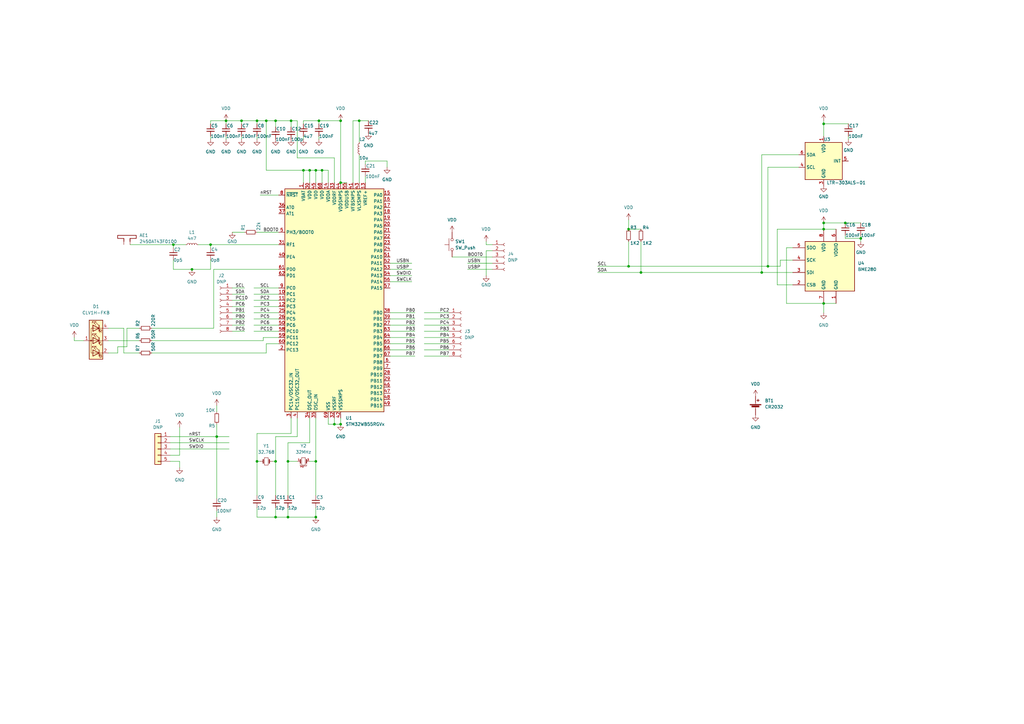
<source format=kicad_sch>
(kicad_sch (version 20211123) (generator eeschema)
  (paper "A3")
  (title_block (title "Termostato Thread") (date "2022-11-12") (rev "1") (company "Alessio Galliazzo"))
  (lib_symbols
    (symbol "Connector:Conn_01x05_Female" (pin_names (offset 1.016) hide)
      (property "Reference" "J" (at 0 7.62 0))
      (property "Value" "Conn_01x05_Female" (at 0 -7.62 0))
      (symbol "Conn_01x05_Female_1_1"
        (arc (start 0 -4.572) (mid -0.508 -5.08) (end 0 -5.588) (stroke (width 0.1524)))
        (arc (start 0 -2.032) (mid -0.508 -2.54) (end 0 -3.048) (stroke (width 0.1524)))
        (polyline (pts (xy -1.27 -5.08) (xy -0.508 -5.08)) (stroke (width 0.1524)))
        (polyline (pts (xy -1.27 -2.54) (xy -0.508 -2.54)) (stroke (width 0.1524)))
        (polyline (pts (xy -1.27 0) (xy -0.508 0)) (stroke (width 0.1524)))
        (polyline (pts (xy -1.27 2.54) (xy -0.508 2.54)) (stroke (width 0.1524)))
        (polyline (pts (xy -1.27 5.08) (xy -0.508 5.08)) (stroke (width 0.1524)))
        (arc (start 0 0.508) (mid -0.508 0) (end 0 -0.508) (stroke (width 0.1524)))
        (arc (start 0 3.048) (mid -0.508 2.54) (end 0 2.032) (stroke (width 0.1524)))
        (arc (start 0 5.588) (mid -0.508 5.08) (end 0 4.572) (stroke (width 0.1524)))
        (pin passive line (at -5.08 5.08 0) (length 3.81) (name "Pin_1") (number "1"))
        (pin passive line (at -5.08 2.54 0) (length 3.81) (name "Pin_2") (number "2"))
        (pin passive line (at -5.08 0 0) (length 3.81) (name "Pin_3") (number "3"))
        (pin passive line (at -5.08 -2.54 0) (length 3.81) (name "Pin_4") (number "4"))
        (pin passive line (at -5.08 -5.08 0) (length 3.81) (name "Pin_5") (number "5"))
      )
    )
    (symbol "Connector:Conn_01x08_Female" (pin_names (offset 1.016) hide)
      (property "Reference" "J" (at 0 10.16 0))
      (property "Value" "Conn_01x08_Female" (at 0 -12.7 0))
      (symbol "Conn_01x08_Female_1_1"
        (arc (start 0 -9.652) (mid -0.508 -10.16) (end 0 -10.668) (stroke (width 0.1524)))
        (arc (start 0 -7.112) (mid -0.508 -7.62) (end 0 -8.128) (stroke (width 0.1524)))
        (arc (start 0 -4.572) (mid -0.508 -5.08) (end 0 -5.588) (stroke (width 0.1524)))
        (arc (start 0 -2.032) (mid -0.508 -2.54) (end 0 -3.048) (stroke (width 0.1524)))
        (polyline (pts (xy -1.27 -10.16) (xy -0.508 -10.16)) (stroke (width 0.1524)))
        (polyline (pts (xy -1.27 -7.62) (xy -0.508 -7.62)) (stroke (width 0.1524)))
        (polyline (pts (xy -1.27 -5.08) (xy -0.508 -5.08)) (stroke (width 0.1524)))
        (polyline (pts (xy -1.27 -2.54) (xy -0.508 -2.54)) (stroke (width 0.1524)))
        (polyline (pts (xy -1.27 0) (xy -0.508 0)) (stroke (width 0.1524)))
        (polyline (pts (xy -1.27 2.54) (xy -0.508 2.54)) (stroke (width 0.1524)))
        (polyline (pts (xy -1.27 5.08) (xy -0.508 5.08)) (stroke (width 0.1524)))
        (polyline (pts (xy -1.27 7.62) (xy -0.508 7.62)) (stroke (width 0.1524)))
        (arc (start 0 0.508) (mid -0.508 0) (end 0 -0.508) (stroke (width 0.1524)))
        (arc (start 0 3.048) (mid -0.508 2.54) (end 0 2.032) (stroke (width 0.1524)))
        (arc (start 0 5.588) (mid -0.508 5.08) (end 0 4.572) (stroke (width 0.1524)))
        (arc (start 0 8.128) (mid -0.508 7.62) (end 0 7.112) (stroke (width 0.1524)))
        (pin passive line (at -5.08 7.62 0) (length 3.81) (name "Pin_1") (number "1"))
        (pin passive line (at -5.08 5.08 0) (length 3.81) (name "Pin_2") (number "2"))
        (pin passive line (at -5.08 2.54 0) (length 3.81) (name "Pin_3") (number "3"))
        (pin passive line (at -5.08 0 0) (length 3.81) (name "Pin_4") (number "4"))
        (pin passive line (at -5.08 -2.54 0) (length 3.81) (name "Pin_5") (number "5"))
        (pin passive line (at -5.08 -5.08 0) (length 3.81) (name "Pin_6") (number "6"))
        (pin passive line (at -5.08 -7.62 0) (length 3.81) (name "Pin_7") (number "7"))
        (pin passive line (at -5.08 -10.16 0) (length 3.81) (name "Pin_8") (number "8"))
      )
    )
    (symbol "Connector_Generic:Conn_01x05" (pin_names (offset 1.016) hide)
      (property "Reference" "J" (at 0 7.62 0))
      (property "Value" "Conn_01x05" (at 0 -7.62 0))
      (symbol "Conn_01x05_1_1"
        (rectangle (start -1.27 -4.953) (end 0 -5.207) (stroke (width 0.1524)))
        (rectangle (start -1.27 -2.413) (end 0 -2.667) (stroke (width 0.1524)))
        (rectangle (start -1.27 0.127) (end 0 -0.127) (stroke (width 0.1524)))
        (rectangle (start -1.27 2.667) (end 0 2.413) (stroke (width 0.1524)))
        (rectangle (start -1.27 5.207) (end 0 4.953) (stroke (width 0.1524)))
        (rectangle (start -1.27 6.35) (end 1.27 -6.35) (stroke (width 0.254)) (fill (type background)))
        (pin passive line (at -5.08 5.08 0) (length 3.81) (name "Pin_1") (number "1"))
        (pin passive line (at -5.08 2.54 0) (length 3.81) (name "Pin_2") (number "2"))
        (pin passive line (at -5.08 0 0) (length 3.81) (name "Pin_3") (number "3"))
        (pin passive line (at -5.08 -2.54 0) (length 3.81) (name "Pin_4") (number "4"))
        (pin passive line (at -5.08 -5.08 0) (length 3.81) (name "Pin_5") (number "5"))
      )
    )
    (symbol "Device:Antenna_Dipole" (pin_numbers hide) (pin_names (offset 1.016) hide)
      (property "Reference" "AE" (at 1.27 1.27 0))
      (property "Value" "Antenna_Dipole" (at 1.27 0 0))
      (symbol "Antenna_Dipole_0_1"
        (polyline (pts (xy 2.54 -3.81) (xy 2.54 -2.54) (xy 5.08 -2.54) (xy 5.08 -1.27) (xy -2.54 -1.27) (xy -2.54 -2.54) (xy 0 -2.54) (xy 0 -3.81)) (stroke (width 0.254)))
      )
      (symbol "Antenna_Dipole_1_1"
        (pin input line (at 0 -5.08 90) (length 2.54) (name "~") (number "1"))
        (pin input line (at 2.54 -5.08 90) (length 2.54) (name "~") (number "2"))
      )
    )
    (symbol "Device:Battery_Cell" (pin_numbers hide) (pin_names (offset 0) hide)
      (property "Reference" "BT" (at 2.54 2.54 0))
      (property "Value" "Battery_Cell" (at 2.54 0 0))
      (symbol "Battery_Cell_0_1"
        (rectangle (start -2.286 1.778) (end 2.286 1.524) (fill (type outline)))
        (rectangle (start -1.5748 1.1938) (end 1.4732 0.6858) (fill (type outline)))
        (polyline (pts (xy 0 0.762) (xy 0 0)))
        (polyline (pts (xy 0 1.778) (xy 0 2.54)))
        (polyline (pts (xy 0.508 3.429) (xy 1.524 3.429)) (stroke (width 0.254)))
        (polyline (pts (xy 1.016 3.937) (xy 1.016 2.921)) (stroke (width 0.254)))
      )
      (symbol "Battery_Cell_1_1"
        (pin passive line (at 0 5.08 270) (length 2.54) (name "+") (number "1"))
        (pin passive line (at 0 -2.54 90) (length 2.54) (name "-") (number "2"))
      )
    )
    (symbol "Device:C_Small" (pin_numbers hide) (pin_names (offset 0.254) hide)
      (property "Reference" "C" (at 0.254 1.778 0))
      (property "Value" "C_Small" (at 0.254 -2.032 0))
      (symbol "C_Small_0_1"
        (polyline (pts (xy -1.524 -0.508) (xy 1.524 -0.508)) (stroke (width 0.3302)))
        (polyline (pts (xy -1.524 0.508) (xy 1.524 0.508)) (stroke (width 0.3048)))
      )
      (symbol "C_Small_1_1"
        (pin passive line (at 0 2.54 270) (length 2.032) (name "~") (number "1"))
        (pin passive line (at 0 -2.54 90) (length 2.032) (name "~") (number "2"))
      )
    )
    (symbol "Device:Crystal_GND2_Small" (pin_names (offset 1.016) hide)
      (property "Reference" "Y" (at 0 5.08 0))
      (property "Value" "Crystal_GND2_Small" (at 0 3.175 0))
      (symbol "Crystal_GND2_Small_0_1"
        (rectangle (start -0.762 -1.524) (end 0.762 1.524))
        (polyline (pts (xy -1.27 -0.762) (xy -1.27 0.762)) (stroke (width 0.381)))
        (polyline (pts (xy 1.27 -0.762) (xy 1.27 0.762)) (stroke (width 0.381)))
        (polyline (pts (xy -1.27 -1.27) (xy -1.27 -1.905) (xy 1.27 -1.905) (xy 1.27 -1.27)))
      )
      (symbol "Crystal_GND2_Small_1_1"
        (pin passive line (at -2.54 0 0) (length 1.27) (name "1") (number "1"))
        (pin passive line (at 0 -2.54 90) (length 0.635) (name "2") (number "2"))
        (pin passive line (at 2.54 0 180) (length 1.27) (name "3") (number "3"))
      )
    )
    (symbol "Device:Crystal_Small" (pin_numbers hide) (pin_names (offset 1.016) hide)
      (property "Reference" "Y" (at 0 2.54 0))
      (property "Value" "Crystal_Small" (at 0 -2.54 0))
      (symbol "Crystal_Small_0_1"
        (rectangle (start -0.762 -1.524) (end 0.762 1.524))
        (polyline (pts (xy -1.27 -0.762) (xy -1.27 0.762)) (stroke (width 0.381)))
        (polyline (pts (xy 1.27 -0.762) (xy 1.27 0.762)) (stroke (width 0.381)))
      )
      (symbol "Crystal_Small_1_1"
        (pin passive line (at -2.54 0 0) (length 1.27) (name "1") (number "1"))
        (pin passive line (at 2.54 0 180) (length 1.27) (name "2") (number "2"))
      )
    )
    (symbol "Device:LED_ABGR" (pin_names (offset 0) hide)
      (property "Reference" "D" (at 0 9.398 0))
      (property "Value" "LED_ABGR" (at 0 -8.89 0))
      (symbol "LED_ABGR_0_0"
        (text "B" (at -1.905 -6.35 0) (effects (font (size 1.27 1.27))))
        (text "G" (at -1.905 -1.27 0) (effects (font (size 1.27 1.27))))
        (text "R" (at -1.905 3.81 0) (effects (font (size 1.27 1.27))))
      )
      (symbol "LED_ABGR_0_1"
        (polyline (pts (xy -1.27 -5.08) (xy -2.54 -5.08)))
        (polyline (pts (xy -1.27 -5.08) (xy 1.27 -5.08)))
        (polyline (pts (xy -1.27 -3.81) (xy -1.27 -6.35)) (stroke (width 0.254)))
        (polyline (pts (xy -1.27 0) (xy -2.54 0)))
        (polyline (pts (xy -1.27 1.27) (xy -1.27 -1.27)) (stroke (width 0.254)))
        (polyline (pts (xy -1.27 5.08) (xy -2.54 5.08)))
        (polyline (pts (xy -1.27 5.08) (xy 1.27 5.08)))
        (polyline (pts (xy -1.27 6.35) (xy -1.27 3.81)) (stroke (width 0.254)))
        (polyline (pts (xy 1.27 0) (xy -1.27 0)))
        (polyline (pts (xy 1.27 0) (xy 2.54 0)))
        (polyline (pts (xy -1.27 1.27) (xy -1.27 -1.27) (xy -1.27 -1.27)))
        (polyline (pts (xy -1.27 6.35) (xy -1.27 3.81) (xy -1.27 3.81)))
        (polyline (pts (xy 1.27 -5.08) (xy 2.032 -5.08) (xy 2.032 5.08) (xy 1.27 5.08)))
        (polyline (pts (xy 1.27 -3.81) (xy 1.27 -6.35) (xy -1.27 -5.08) (xy 1.27 -3.81)) (stroke (width 0.254)))
        (polyline (pts (xy 1.27 1.27) (xy 1.27 -1.27) (xy -1.27 0) (xy 1.27 1.27)) (stroke (width 0.254)))
        (polyline (pts (xy 1.27 6.35) (xy 1.27 3.81) (xy -1.27 5.08) (xy 1.27 6.35)) (stroke (width 0.254)))
        (polyline (pts (xy -1.016 -3.81) (xy 0.508 -2.286) (xy -0.254 -2.286) (xy 0.508 -2.286) (xy 0.508 -3.048)))
        (polyline (pts (xy -1.016 1.27) (xy 0.508 2.794) (xy -0.254 2.794) (xy 0.508 2.794) (xy 0.508 2.032)))
        (polyline (pts (xy -1.016 6.35) (xy 0.508 7.874) (xy -0.254 7.874) (xy 0.508 7.874) (xy 0.508 7.112)))
        (polyline (pts (xy 0 -3.81) (xy 1.524 -2.286) (xy 0.762 -2.286) (xy 1.524 -2.286) (xy 1.524 -3.048)))
        (polyline (pts (xy 0 1.27) (xy 1.524 2.794) (xy 0.762 2.794) (xy 1.524 2.794) (xy 1.524 2.032)))
        (polyline (pts (xy 0 6.35) (xy 1.524 7.874) (xy 0.762 7.874) (xy 1.524 7.874) (xy 1.524 7.112)))
        (rectangle (start 1.27 -1.27) (end 1.27 1.27))
        (rectangle (start 1.27 1.27) (end 1.27 1.27))
        (rectangle (start 1.27 3.81) (end 1.27 6.35))
        (rectangle (start 1.27 6.35) (end 1.27 6.35))
        (circle (center 2.032 0) (radius 0.254) (fill (type outline)))
        (rectangle (start 2.794 8.382) (end -2.794 -7.62) (stroke (width 0.254)) (fill (type background)))
      )
      (symbol "LED_ABGR_1_1"
        (pin passive line (at 5.08 0 180) (length 2.54) (name "A") (number "1"))
        (pin passive line (at -5.08 -5.08 0) (length 2.54) (name "BK") (number "2"))
        (pin passive line (at -5.08 0 0) (length 2.54) (name "GK") (number "3"))
        (pin passive line (at -5.08 5.08 0) (length 2.54) (name "RK") (number "4"))
      )
    )
    (symbol "Device:L_Small" (pin_numbers hide) (pin_names (offset 0.254) hide)
      (property "Reference" "L" (at 0.762 1.016 0))
      (property "Value" "L_Small" (at 0.762 -1.016 0))
      (symbol "L_Small_0_1"
        (arc (start 0 -2.032) (mid 0.508 -1.524) (end 0 -1.016))
        (arc (start 0 -1.016) (mid 0.508 -0.508) (end 0 0))
        (arc (start 0 0) (mid 0.508 0.508) (end 0 1.016))
        (arc (start 0 1.016) (mid 0.508 1.524) (end 0 2.032))
      )
      (symbol "L_Small_1_1"
        (pin passive line (at 0 2.54 270) (length 0.508) (name "~") (number "1"))
        (pin passive line (at 0 -2.54 90) (length 0.508) (name "~") (number "2"))
      )
    )
    (symbol "Device:R_Small" (pin_numbers hide) (pin_names (offset 0.254) hide)
      (property "Reference" "R" (at 0.762 0.508 0))
      (property "Value" "R_Small" (at 0.762 -1.016 0))
      (symbol "R_Small_0_1"
        (rectangle (start -0.762 1.778) (end 0.762 -1.778) (stroke (width 0.2032)))
      )
      (symbol "R_Small_1_1"
        (pin passive line (at 0 2.54 270) (length 0.762) (name "~") (number "1"))
        (pin passive line (at 0 -2.54 90) (length 0.762) (name "~") (number "2"))
      )
    )
    (symbol "MCU_STM32WB:STM32WB55RGVx"
      (property "Reference" "U" (at -20.32 46.99 0))
      (property "Value" "STM32WB55RGVx" (at 22.86 46.99 0))
      (symbol "STM32WB55RGVx_0_0"
        (pin power_in line (at -2.54 -48.26 90) (length 2.54) (name "VSS") (number "69"))
      )
      (symbol "STM32WB55RGVx_1_0"
        (rectangle (start -20.32 -45.72) (end 20.32 45.72) (stroke (width 0.254)) (fill (type background)))
      )
      (symbol "STM32WB55RGVx_1_1"
        (pin power_in line (at -12.7 48.26 270) (length 2.54) (name "VBAT") (number "1"))
        (pin bidirectional line (at -22.86 2.54 0) (length 2.54) (name "PC1") (number "10"))
        (pin bidirectional line (at -22.86 0 0) (length 2.54) (name "PC2") (number "11"))
        (pin bidirectional line (at -22.86 -2.54 0) (length 2.54) (name "PC3") (number "12"))
        (pin power_in line (at 12.7 48.26 270) (length 2.54) (name "VREF+") (number "13"))
        (pin power_in line (at -2.54 48.26 270) (length 2.54) (name "VDDA") (number "14"))
        (pin bidirectional line (at 22.86 43.18 180) (length 2.54) (name "PA0") (number "15"))
        (pin bidirectional line (at 22.86 40.64 180) (length 2.54) (name "PA1") (number "16"))
        (pin bidirectional line (at 22.86 38.1 180) (length 2.54) (name "PA2") (number "17"))
        (pin bidirectional line (at 22.86 35.56 180) (length 2.54) (name "PA3") (number "18"))
        (pin bidirectional line (at 22.86 33.02 180) (length 2.54) (name "PA4") (number "19"))
        (pin bidirectional line (at -22.86 -20.32 0) (length 2.54) (name "PC13") (number "2"))
        (pin bidirectional line (at 22.86 30.48 180) (length 2.54) (name "PA5") (number "20"))
        (pin bidirectional line (at 22.86 27.94 180) (length 2.54) (name "PA6") (number "21"))
        (pin bidirectional line (at 22.86 25.4 180) (length 2.54) (name "PA7") (number "22"))
        (pin bidirectional line (at 22.86 22.86 180) (length 2.54) (name "PA8") (number "23"))
        (pin bidirectional line (at 22.86 20.32 180) (length 2.54) (name "PA9") (number "24"))
        (pin bidirectional line (at -22.86 -5.08 0) (length 2.54) (name "PC4") (number "25"))
        (pin bidirectional line (at -22.86 -7.62 0) (length 2.54) (name "PC5") (number "26"))
        (pin bidirectional line (at 22.86 -10.16 180) (length 2.54) (name "PB2") (number "27"))
        (pin bidirectional line (at 22.86 -30.48 180) (length 2.54) (name "PB10") (number "28"))
        (pin bidirectional line (at 22.86 -33.02 180) (length 2.54) (name "PB11") (number "29"))
        (pin input line (at -17.78 -48.26 90) (length 2.54) (name "PC14/OSC32_IN") (number "3"))
        (pin power_in line (at -10.16 48.26 270) (length 2.54) (name "VDD") (number "30"))
        (pin passive line (at -22.86 22.86 0) (length 2.54) (name "RF1") (number "31"))
        (pin power_in line (at 0 -48.26 90) (length 2.54) (name "VSSRF") (number "32"))
        (pin power_in line (at 0 48.26 270) (length 2.54) (name "VDDRF") (number "33"))
        (pin output line (at -10.16 -48.26 90) (length 2.54) (name "OSC_OUT") (number "34"))
        (pin input line (at -7.62 -48.26 90) (length 2.54) (name "OSC_IN") (number "35"))
        (pin output line (at -22.86 38.1 0) (length 2.54) (name "AT0") (number "36"))
        (pin output line (at -22.86 35.56 0) (length 2.54) (name "AT1") (number "37"))
        (pin bidirectional line (at 22.86 -5.08 180) (length 2.54) (name "PB0") (number "38"))
        (pin bidirectional line (at 22.86 -7.62 180) (length 2.54) (name "PB1") (number "39"))
        (pin output line (at -15.24 -48.26 90) (length 2.54) (name "PC15/OSC32_OUT") (number "4"))
        (pin bidirectional line (at -22.86 17.78 0) (length 2.54) (name "PE4") (number "40"))
        (pin power_in line (at 7.62 48.26 270) (length 2.54) (name "VFBSMPS") (number "41"))
        (pin power_in line (at 2.54 -48.26 90) (length 2.54) (name "VSSSMPS") (number "42"))
        (pin power_in line (at 10.16 48.26 270) (length 2.54) (name "VLXSMPS") (number "43"))
        (pin power_in line (at 2.54 48.26 270) (length 2.54) (name "VDDSMPS") (number "44"))
        (pin power_in line (at -7.62 48.26 270) (length 2.54) (name "VDD") (number "45"))
        (pin bidirectional line (at 22.86 -35.56 180) (length 2.54) (name "PB12") (number "46"))
        (pin bidirectional line (at 22.86 -38.1 180) (length 2.54) (name "PB13") (number "47"))
        (pin bidirectional line (at 22.86 -40.64 180) (length 2.54) (name "PB14") (number "48"))
        (pin bidirectional line (at 22.86 -43.18 180) (length 2.54) (name "PB15") (number "49"))
        (pin bidirectional line (at -22.86 27.94 0) (length 2.54) (name "PH3/BOOT0") (number "5"))
        (pin bidirectional line (at -22.86 -10.16 0) (length 2.54) (name "PC6") (number "50"))
        (pin bidirectional line (at 22.86 17.78 180) (length 2.54) (name "PA10") (number "51"))
        (pin bidirectional line (at 22.86 15.24 180) (length 2.54) (name "PA11") (number "52"))
        (pin bidirectional line (at 22.86 12.7 180) (length 2.54) (name "PA12") (number "53"))
        (pin bidirectional line (at 22.86 10.16 180) (length 2.54) (name "PA13") (number "54"))
        (pin power_in line (at 5.08 48.26 270) (length 2.54) (name "VDDUSB") (number "55"))
        (pin bidirectional line (at 22.86 7.62 180) (length 2.54) (name "PA14") (number "56"))
        (pin bidirectional line (at 22.86 5.08 180) (length 2.54) (name "PA15") (number "57"))
        (pin bidirectional line (at -22.86 -12.7 0) (length 2.54) (name "PC10") (number "58"))
        (pin bidirectional line (at -22.86 -15.24 0) (length 2.54) (name "PC11") (number "59"))
        (pin bidirectional line (at 22.86 -25.4 180) (length 2.54) (name "PB8") (number "6"))
        (pin bidirectional line (at -22.86 -17.78 0) (length 2.54) (name "PC12") (number "60"))
        (pin bidirectional line (at -22.86 12.7 0) (length 2.54) (name "PD0") (number "61"))
        (pin bidirectional line (at -22.86 10.16 0) (length 2.54) (name "PD1") (number "62"))
        (pin bidirectional line (at 22.86 -12.7 180) (length 2.54) (name "PB3") (number "63"))
        (pin bidirectional line (at 22.86 -15.24 180) (length 2.54) (name "PB4") (number "64"))
        (pin bidirectional line (at 22.86 -17.78 180) (length 2.54) (name "PB5") (number "65"))
        (pin bidirectional line (at 22.86 -20.32 180) (length 2.54) (name "PB6") (number "66"))
        (pin bidirectional line (at 22.86 -22.86 180) (length 2.54) (name "PB7") (number "67"))
        (pin power_in line (at -5.08 48.26 270) (length 2.54) (name "VDD") (number "68"))
        (pin bidirectional line (at 22.86 -27.94 180) (length 2.54) (name "PB9") (number "7"))
        (pin input line (at -22.86 43.18 0) (length 2.54) (name "~{NRST}") (number "8"))
        (pin bidirectional line (at -22.86 5.08 0) (length 2.54) (name "PC0") (number "9"))
      )
    )
    (symbol "Sensor:BME280"
      (property "Reference" "U" (at -8.89 11.43 0))
      (property "Value" "BME280" (at 7.62 11.43 0))
      (symbol "BME280_0_1"
        (rectangle (start -10.16 10.16) (end 10.16 -10.16) (stroke (width 0.254)) (fill (type background)))
      )
      (symbol "BME280_1_1"
        (pin power_in line (at -2.54 -15.24 90) (length 5.08) (name "GND") (number "1"))
        (pin input line (at 15.24 -7.62 180) (length 5.08) (name "CSB") (number "2"))
        (pin bidirectional line (at 15.24 -2.54 180) (length 5.08) (name "SDI") (number "3"))
        (pin input line (at 15.24 2.54 180) (length 5.08) (name "SCK") (number "4"))
        (pin bidirectional line (at 15.24 7.62 180) (length 5.08) (name "SDO") (number "5"))
        (pin power_in line (at -2.54 15.24 270) (length 5.08) (name "VDDIO") (number "6"))
        (pin power_in line (at 2.54 -15.24 90) (length 5.08) (name "GND") (number "7"))
        (pin power_in line (at 2.54 15.24 270) (length 5.08) (name "VDD") (number "8"))
      )
    )
    (symbol "Sensor_Optical:LTR-303ALS-01"
      (property "Reference" "U" (at -7.62 8.89 0))
      (property "Value" "LTR-303ALS-01" (at 1.27 8.89 0))
      (symbol "LTR-303ALS-01_0_1"
        (rectangle (start -7.62 7.62) (end 7.62 -7.62) (stroke (width 0.254)) (fill (type background)))
      )
      (symbol "LTR-303ALS-01_1_1"
        (pin power_in line (at 0 10.16 270) (length 2.54) (name "VDD") (number "1"))
        (pin no_connect line (at 2.54 0 180) (length 2.54) hide (name "NC") (number "2"))
        (pin power_in line (at 0 -10.16 90) (length 2.54) (name "GND") (number "3"))
        (pin input line (at -10.16 -2.54 0) (length 2.54) (name "SCL") (number "4"))
        (pin open_collector line (at 10.16 0 180) (length 2.54) (name "INT") (number "5"))
        (pin bidirectional line (at -10.16 2.54 0) (length 2.54) (name "SDA") (number "6"))
      )
    )
    (symbol "Switch:SW_Push" (pin_numbers hide) (pin_names (offset 1.016) hide)
      (property "Reference" "SW" (at 1.27 2.54 0))
      (property "Value" "SW_Push" (at 0 -1.524 0))
      (symbol "SW_Push_0_1"
        (circle (center -2.032 0) (radius 0.508))
        (polyline (pts (xy 0 1.27) (xy 0 3.048)))
        (polyline (pts (xy 2.54 1.27) (xy -2.54 1.27)))
        (circle (center 2.032 0) (radius 0.508))
        (pin passive line (at -5.08 0 0) (length 2.54) (name "1") (number "1"))
        (pin passive line (at 5.08 0 180) (length 2.54) (name "2") (number "2"))
      )
    )
    (symbol "power:GND" (power) (pin_names (offset 0))
      (property "Value" "GND" (at 0 -3.81 0))
      (symbol "GND_0_1"
        (polyline (pts (xy 0 0) (xy 0 -1.27) (xy 1.27 -1.27) (xy 0 -2.54) (xy -1.27 -1.27) (xy 0 -1.27)))
      )
      (symbol "GND_1_1"
        (pin power_in line (at 0 0 270) (length 0) hide (name "GND") (number "1"))
      )
    )
    (symbol "power:VDD" (power) (pin_names (offset 0))
      (property "Value" "VDD" (at 0 3.81 0))
      (symbol "VDD_0_1"
        (polyline (pts (xy -0.762 1.27) (xy 0 2.54)))
        (polyline (pts (xy 0 0) (xy 0 2.54)))
        (polyline (pts (xy 0 2.54) (xy 0.762 1.27)))
      )
      (symbol "VDD_1_1"
        (pin power_in line (at 0 0 90) (length 0) hide (name "VDD") (number "1"))
      )
    )
  )
  (junction (at 118.11 212.09))
  (junction (at 139.7 49.53))
  (junction (at 337.82 124.46))
  (junction (at 119.38 49.53))
  (junction (at 129.54 189.23))
  (junction (at 113.03 49.53))
  (junction (at 312.42 111.76))
  (junction (at 92.71 49.53))
  (junction (at 314.96 109.22))
  (junction (at 139.7 173.99))
  (junction (at 257.81 109.22))
  (junction (at 113.03 212.09))
  (junction (at 137.16 173.99))
  (junction (at 337.82 50.8))
  (junction (at 118.11 189.23))
  (junction (at 147.32 49.53))
  (junction (at 139.7 74.93))
  (junction (at 71.12 100.33))
  (junction (at 88.9 179.07))
  (junction (at 337.82 93.98))
  (junction (at 99.06 49.53))
  (junction (at 132.08 69.85))
  (junction (at 86.36 100.33))
  (junction (at 109.22 49.53))
  (junction (at 262.89 111.76))
  (junction (at 129.54 69.85))
  (junction (at 124.46 69.85))
  (junction (at 346.71 91.44))
  (junction (at 105.41 49.53))
  (junction (at 105.41 189.23))
  (junction (at 257.81 93.98))
  (junction (at 130.81 49.53))
  (junction (at 78.74 110.49))
  (junction (at 113.03 189.23))
  (junction (at 337.82 91.44))
  (junction (at 129.54 212.09))
  (junction (at 353.06 97.79))
  (junction (at 127 69.85))
  (wire (pts (xy 325.12 101.6) (xy 322.58 101.6)))
  (wire (pts (xy 86.36 100.33) (xy 86.36 101.6)))
  (wire (pts (xy 62.23 139.7) (xy 107.95 139.7)))
  (wire (pts (xy 50.8 134.62) (xy 50.8 144.78)))
  (wire (pts (xy 69.85 184.15) (xy 93.98 184.15)))
  (wire (pts (xy 160.02 128.27) (xy 170.18 128.27)))
  (wire (pts (xy 113.03 212.09) (xy 118.11 212.09)))
  (wire (pts (xy 109.22 49.53) (xy 105.41 49.53)))
  (wire (pts (xy 185.42 105.41) (xy 201.93 105.41)))
  (wire (pts (xy 88.9 166.37) (xy 88.9 168.91)))
  (wire (pts (xy 199.39 102.87) (xy 199.39 113.03)))
  (wire (pts (xy 160.02 115.57) (xy 168.91 115.57)))
  (wire (pts (xy 86.36 50.8) (xy 86.36 49.53)))
  (wire (pts (xy 73.66 186.69) (xy 69.85 186.69)))
  (wire (pts (xy 99.06 55.88) (xy 99.06 57.15)))
  (wire (pts (xy 139.7 74.93) (xy 139.7 49.53)))
  (wire (pts (xy 139.7 49.53) (xy 130.81 49.53)))
  (wire (pts (xy 327.66 68.58) (xy 314.96 68.58)))
  (wire (pts (xy 88.9 173.99) (xy 88.9 179.07)))
  (wire (pts (xy 30.48 139.7) (xy 34.29 139.7)))
  (wire (pts (xy 173.99 146.05) (xy 184.15 146.05)))
  (wire (pts (xy 119.38 52.07) (xy 119.38 49.53)))
  (wire (pts (xy 118.11 212.09) (xy 118.11 208.28)))
  (wire (pts (xy 119.38 49.53) (xy 121.92 49.53)))
  (wire (pts (xy 104.14 128.27) (xy 114.3 128.27)))
  (wire (pts (xy 129.54 189.23) (xy 129.54 203.2)))
  (wire (pts (xy 124.46 49.53) (xy 124.46 50.8)))
  (wire (pts (xy 114.3 95.25) (xy 105.41 95.25)))
  (wire (pts (xy 71.12 110.49) (xy 71.12 106.68)))
  (wire (pts (xy 173.99 143.51) (xy 184.15 143.51)))
  (wire (pts (xy 127 171.45) (xy 127 181.61)))
  (wire (pts (xy 245.11 109.22) (xy 257.81 109.22)))
  (wire (pts (xy 149.86 72.39) (xy 149.86 74.93)))
  (wire (pts (xy 105.41 189.23) (xy 105.41 203.2)))
  (wire (pts (xy 88.9 209.55) (xy 88.9 212.09)))
  (wire (pts (xy 337.82 124.46) (xy 337.82 128.27)))
  (wire (pts (xy 95.25 125.73) (xy 100.33 125.73)))
  (wire (pts (xy 73.66 189.23) (xy 73.66 191.77)))
  (wire (pts (xy 105.41 55.88) (xy 105.41 57.15)))
  (wire (pts (xy 113.03 189.23) (xy 113.03 179.07)))
  (wire (pts (xy 109.22 69.85) (xy 109.22 49.53)))
  (wire (pts (xy 113.03 189.23) (xy 113.03 203.2)))
  (wire (pts (xy 312.42 63.5) (xy 327.66 63.5)))
  (wire (pts (xy 95.25 133.35) (xy 100.33 133.35)))
  (wire (pts (xy 124.46 69.85) (xy 127 69.85)))
  (wire (pts (xy 320.04 106.68) (xy 325.12 106.68)))
  (wire (pts (xy 262.89 111.76) (xy 312.42 111.76)))
  (wire (pts (xy 62.23 134.62) (xy 87.63 134.62)))
  (wire (pts (xy 104.14 123.19) (xy 114.3 123.19)))
  (wire (pts (xy 109.22 69.85) (xy 124.46 69.85)))
  (wire (pts (xy 257.81 90.17) (xy 257.81 93.98)))
  (wire (pts (xy 149.86 67.31) (xy 149.86 66.04)))
  (wire (pts (xy 346.71 97.79) (xy 353.06 97.79)))
  (wire (pts (xy 337.82 93.98) (xy 342.9 93.98)))
  (wire (pts (xy 95.25 128.27) (xy 100.33 128.27)))
  (wire (pts (xy 130.81 55.88) (xy 130.81 57.15)))
  (wire (pts (xy 52.07 142.24) (xy 52.07 134.62)))
  (wire (pts (xy 199.39 100.33) (xy 199.39 99.06)))
  (wire (pts (xy 191.77 107.95) (xy 201.93 107.95)))
  (wire (pts (xy 160.02 135.89) (xy 170.18 135.89)))
  (wire (pts (xy 325.12 116.84) (xy 318.77 116.84)))
  (wire (pts (xy 111.76 189.23) (xy 113.03 189.23)))
  (wire (pts (xy 95.25 118.11) (xy 100.33 118.11)))
  (wire (pts (xy 173.99 133.35) (xy 184.15 133.35)))
  (wire (pts (xy 257.81 109.22) (xy 314.96 109.22)))
  (wire (pts (xy 346.71 96.52) (xy 346.71 97.79)))
  (wire (pts (xy 95.25 95.25) (xy 100.33 95.25)))
  (wire (pts (xy 95.25 135.89) (xy 100.33 135.89)))
  (wire (pts (xy 105.41 212.09) (xy 113.03 212.09)))
  (wire (pts (xy 118.11 189.23) (xy 118.11 203.2)))
  (wire (pts (xy 107.95 139.7) (xy 107.95 138.43)))
  (wire (pts (xy 104.14 120.65) (xy 114.3 120.65)))
  (wire (pts (xy 320.04 109.22) (xy 320.04 106.68)))
  (wire (pts (xy 127 189.23) (xy 129.54 189.23)))
  (wire (pts (xy 129.54 208.28) (xy 129.54 212.09)))
  (wire (pts (xy 78.74 110.49) (xy 71.12 110.49)))
  (wire (pts (xy 118.11 189.23) (xy 121.92 189.23)))
  (wire (pts (xy 119.38 171.45) (xy 119.38 177.8)))
  (wire (pts (xy 44.45 134.62) (xy 50.8 134.62)))
  (wire (pts (xy 147.32 49.53) (xy 144.78 49.53)))
  (wire (pts (xy 52.07 134.62) (xy 57.15 134.62)))
  (wire (pts (xy 173.99 128.27) (xy 184.15 128.27)))
  (wire (pts (xy 109.22 140.97) (xy 109.22 144.78)))
  (wire (pts (xy 137.16 173.99) (xy 139.7 173.99)))
  (wire (pts (xy 86.36 49.53) (xy 92.71 49.53)))
  (wire (pts (xy 87.63 134.62) (xy 87.63 110.49)))
  (wire (pts (xy 81.28 100.33) (xy 86.36 100.33)))
  (wire (pts (xy 337.82 49.53) (xy 337.82 50.8)))
  (wire (pts (xy 134.62 69.85) (xy 134.62 74.93)))
  (wire (pts (xy 160.02 143.51) (xy 170.18 143.51)))
  (wire (pts (xy 322.58 101.6) (xy 322.58 124.46)))
  (wire (pts (xy 99.06 49.53) (xy 105.41 49.53)))
  (wire (pts (xy 160.02 130.81) (xy 170.18 130.81)))
  (wire (pts (xy 124.46 69.85) (xy 124.46 74.93)))
  (wire (pts (xy 69.85 181.61) (xy 93.98 181.61)))
  (wire (pts (xy 86.36 100.33) (xy 114.3 100.33)))
  (wire (pts (xy 132.08 69.85) (xy 134.62 69.85)))
  (wire (pts (xy 129.54 212.09) (xy 118.11 212.09)))
  (wire (pts (xy 48.26 144.78) (xy 48.26 142.24)))
  (wire (pts (xy 105.41 208.28) (xy 105.41 212.09)))
  (wire (pts (xy 201.93 102.87) (xy 199.39 102.87)))
  (wire (pts (xy 337.82 91.44) (xy 346.71 91.44)))
  (wire (pts (xy 337.82 50.8) (xy 347.98 50.8)))
  (wire (pts (xy 134.62 171.45) (xy 134.62 173.99)))
  (wire (pts (xy 121.92 64.77) (xy 137.16 64.77)))
  (wire (pts (xy 104.14 130.81) (xy 114.3 130.81)))
  (wire (pts (xy 318.77 116.84) (xy 318.77 93.98)))
  (wire (pts (xy 124.46 55.88) (xy 124.46 57.15)))
  (wire (pts (xy 127 69.85) (xy 129.54 69.85)))
  (wire (pts (xy 337.82 124.46) (xy 342.9 124.46)))
  (wire (pts (xy 337.82 91.44) (xy 337.82 93.98)))
  (wire (pts (xy 130.81 49.53) (xy 130.81 50.8)))
  (wire (pts (xy 88.9 179.07) (xy 88.9 204.47)))
  (wire (pts (xy 347.98 57.15) (xy 347.98 55.88)))
  (wire (pts (xy 318.77 93.98) (xy 337.82 93.98)))
  (wire (pts (xy 113.03 49.53) (xy 109.22 49.53)))
  (wire (pts (xy 262.89 99.06) (xy 262.89 111.76)))
  (wire (pts (xy 109.22 144.78) (xy 62.23 144.78)))
  (wire (pts (xy 257.81 93.98) (xy 262.89 93.98)))
  (wire (pts (xy 95.25 120.65) (xy 100.33 120.65)))
  (wire (pts (xy 114.3 140.97) (xy 109.22 140.97)))
  (wire (pts (xy 130.81 49.53) (xy 124.46 49.53)))
  (wire (pts (xy 104.14 133.35) (xy 114.3 133.35)))
  (wire (pts (xy 337.82 50.8) (xy 337.82 55.88)))
  (wire (pts (xy 121.92 179.07) (xy 121.92 171.45)))
  (wire (pts (xy 173.99 130.81) (xy 184.15 130.81)))
  (wire (pts (xy 129.54 69.85) (xy 132.08 69.85)))
  (wire (pts (xy 30.48 138.43) (xy 30.48 139.7)))
  (wire (pts (xy 86.36 55.88) (xy 86.36 57.15)))
  (wire (pts (xy 353.06 97.79) (xy 353.06 99.06)))
  (wire (pts (xy 113.03 49.53) (xy 113.03 52.07)))
  (wire (pts (xy 160.02 113.03) (xy 168.91 113.03)))
  (wire (pts (xy 134.62 173.99) (xy 137.16 173.99)))
  (wire (pts (xy 95.25 130.81) (xy 100.33 130.81)))
  (wire (pts (xy 149.86 66.04) (xy 158.75 66.04)))
  (wire (pts (xy 312.42 111.76) (xy 325.12 111.76)))
  (wire (pts (xy 105.41 177.8) (xy 105.41 189.23)))
  (wire (pts (xy 137.16 171.45) (xy 137.16 173.99)))
  (wire (pts (xy 191.77 110.49) (xy 201.93 110.49)))
  (wire (pts (xy 144.78 49.53) (xy 144.78 74.93)))
  (wire (pts (xy 76.2 100.33) (xy 71.12 100.33)))
  (wire (pts (xy 160.02 133.35) (xy 170.18 133.35)))
  (wire (pts (xy 121.92 49.53) (xy 121.92 64.77)))
  (wire (pts (xy 160.02 138.43) (xy 170.18 138.43)))
  (wire (pts (xy 71.12 100.33) (xy 71.12 101.6)))
  (wire (pts (xy 104.14 135.89) (xy 114.3 135.89)))
  (wire (pts (xy 245.11 111.76) (xy 262.89 111.76)))
  (wire (pts (xy 201.93 100.33) (xy 199.39 100.33)))
  (wire (pts (xy 119.38 177.8) (xy 105.41 177.8)))
  (wire (pts (xy 173.99 140.97) (xy 184.15 140.97)))
  (wire (pts (xy 86.36 110.49) (xy 78.74 110.49)))
  (wire (pts (xy 119.38 49.53) (xy 113.03 49.53)))
  (wire (pts (xy 127 69.85) (xy 127 74.93)))
  (wire (pts (xy 113.03 208.28) (xy 113.03 212.09)))
  (wire (pts (xy 69.85 179.07) (xy 88.9 179.07)))
  (wire (pts (xy 92.71 49.53) (xy 99.06 49.53)))
  (wire (pts (xy 53.34 100.33) (xy 71.12 100.33)))
  (wire (pts (xy 104.14 118.11) (xy 114.3 118.11)))
  (wire (pts (xy 173.99 135.89) (xy 184.15 135.89)))
  (wire (pts (xy 160.02 107.95) (xy 168.91 107.95)))
  (wire (pts (xy 99.06 49.53) (xy 99.06 50.8)))
  (wire (pts (xy 104.14 125.73) (xy 114.3 125.73)))
  (wire (pts (xy 257.81 99.06) (xy 257.81 109.22)))
  (wire (pts (xy 147.32 63.5) (xy 147.32 74.93)))
  (wire (pts (xy 118.11 181.61) (xy 118.11 189.23)))
  (wire (pts (xy 48.26 142.24) (xy 52.07 142.24)))
  (wire (pts (xy 173.99 138.43) (xy 184.15 138.43)))
  (wire (pts (xy 151.13 49.53) (xy 147.32 49.53)))
  (wire (pts (xy 158.75 66.04) (xy 158.75 68.58)))
  (wire (pts (xy 314.96 109.22) (xy 320.04 109.22)))
  (wire (pts (xy 88.9 179.07) (xy 93.98 179.07)))
  (wire (pts (xy 160.02 146.05) (xy 170.18 146.05)))
  (wire (pts (xy 92.71 49.53) (xy 92.71 50.8)))
  (wire (pts (xy 95.25 123.19) (xy 100.33 123.19)))
  (wire (pts (xy 113.03 179.07) (xy 121.92 179.07)))
  (wire (pts (xy 107.95 138.43) (xy 114.3 138.43)))
  (wire (pts (xy 139.7 74.93) (xy 142.24 74.93)))
  (wire (pts (xy 314.96 68.58) (xy 314.96 109.22)))
  (wire (pts (xy 160.02 140.97) (xy 170.18 140.97)))
  (wire (pts (xy 105.41 189.23) (xy 106.68 189.23)))
  (wire (pts (xy 73.66 175.26) (xy 73.66 186.69)))
  (wire (pts (xy 87.63 110.49) (xy 114.3 110.49)))
  (wire (pts (xy 127 181.61) (xy 118.11 181.61)))
  (wire (pts (xy 353.06 96.52) (xy 353.06 97.79)))
  (wire (pts (xy 129.54 69.85) (xy 129.54 74.93)))
  (wire (pts (xy 312.42 111.76) (xy 312.42 63.5)))
  (wire (pts (xy 105.41 49.53) (xy 105.41 50.8)))
  (wire (pts (xy 129.54 171.45) (xy 129.54 189.23)))
  (wire (pts (xy 106.68 80.01) (xy 114.3 80.01)))
  (wire (pts (xy 86.36 106.68) (xy 86.36 110.49)))
  (wire (pts (xy 69.85 189.23) (xy 73.66 189.23)))
  (wire (pts (xy 160.02 110.49) (xy 168.91 110.49)))
  (wire (pts (xy 132.08 69.85) (xy 132.08 74.93)))
  (wire (pts (xy 137.16 64.77) (xy 137.16 74.93)))
  (wire (pts (xy 346.71 91.44) (xy 353.06 91.44)))
  (wire (pts (xy 44.45 139.7) (xy 57.15 139.7)))
  (wire (pts (xy 44.45 144.78) (xy 48.26 144.78)))
  (wire (pts (xy 322.58 124.46) (xy 337.82 124.46)))
  (wire (pts (xy 50.8 144.78) (xy 57.15 144.78)))
  (wire (pts (xy 92.71 55.88) (xy 92.71 57.15)))
  (wire (pts (xy 139.7 171.45) (xy 139.7 173.99)))
  (wire (pts (xy 147.32 49.53) (xy 147.32 58.42)))
  (label "PB2" (at 96.52 133.35 0))
  (label "PC4" (at 180.34 133.35 0))
  (label "PC6" (at 106.68 133.35 0))
  (label "USBN" (at 191.77 107.95 0))
  (label "PB1" (at 166.37 130.81 0))
  (label "USBP" (at 191.77 110.49 0))
  (label "BOOT0" (at 107.95 95.25 0))
  (label "PB3" (at 180.34 135.89 0))
  (label "PC10" (at 96.52 123.19 0))
  (label "PB7" (at 180.34 146.05 0))
  (label "PB7" (at 166.37 146.05 0))
  (label "PC3" (at 180.34 130.81 0))
  (label "USBN" (at 162.56 107.95 0))
  (label "PB3" (at 166.37 135.89 0))
  (label "SDA" (at 245.11 111.76 0))
  (label "SWDIO" (at 77.47 184.15 0))
  (label "PC10" (at 106.68 135.89 0))
  (label "PB4" (at 166.37 138.43 0))
  (label "SDA" (at 106.68 120.65 0))
  (label "PB4" (at 180.34 138.43 0))
  (label "PC2" (at 106.68 123.19 0))
  (label "PC6" (at 96.52 125.73 0))
  (label "USBP" (at 162.56 110.49 0))
  (label "PB5" (at 180.34 140.97 0))
  (label "SCL" (at 106.68 118.11 0))
  (label "BOOT0" (at 191.77 105.41 0))
  (label "SCL" (at 245.11 109.22 0))
  (label "PB1" (at 96.52 128.27 0))
  (label "PB2" (at 166.37 133.35 0))
  (label "SWDIO" (at 162.56 113.03 0))
  (label "PB6" (at 180.34 143.51 0))
  (label "PB6" (at 166.37 143.51 0))
  (label "PC4" (at 106.68 128.27 0))
  (label "PB0" (at 166.37 128.27 0))
  (label "PC3" (at 106.68 125.73 0))
  (label "SDA" (at 96.52 120.65 0))
  (label "nRST" (at 106.68 80.01 0))
  (label "PB0" (at 96.52 130.81 0))
  (label "SWCLK" (at 162.56 115.57 0))
  (label "SCL" (at 96.52 118.11 0))
  (label "SWCLK" (at 77.47 181.61 0))
  (label "PB5" (at 166.37 140.97 0))
  (label "PC2" (at 180.34 128.27 0))
  (label "PC5" (at 106.68 130.81 0))
  (label "nRST" (at 77.47 179.07 0))
  (label "PC5" (at 96.52 135.89 0))
  (symbol (lib_id "power:GND") (at 337.82 76.2 0) (unit 1)
    (property "Reference" "#PWR028" (effects hide))
    (property "Value" "GND" (at 337.82 80.645 0))
  )
  (symbol (lib_id "Device:Crystal_Small") (at 109.22 189.23 0) (unit 1)
    (property "Reference" "Y1" (at 109.22 182.88 0))
    (property "Value" "32.768" (at 109.22 185.42 0))
    (property "Footprint" "Crystal:Crystal_SMD_2012-2Pin_2.0x1.2mm" (effects hide))
  )
  (symbol (lib_id "Device:R_Small") (at 257.81 96.52 0) (unit 1)
    (property "Reference" "R3" (at 258.445 93.345 0) (effects (justify left)))
    (property "Value" "1K2" (at 258.445 99.695 0) (effects (justify left)))
    (property "Footprint" "Resistor_SMD:R_0603_1608Metric" (effects hide))
  )
  (symbol (lib_id "Device:C_Small") (at 151.13 52.07 0) (unit 1)
    (property "Reference" "C22" (at 151.384 50.292 0) (effects (justify left)))
    (property "Value" "4u7" (at 151.13 54.61 0) (effects (justify left)))
    (property "Footprint" "Capacitor_SMD:C_0603_1608Metric" (effects hide))
  )
  (symbol (lib_id "power:GND") (at 73.66 191.77 0) (unit 1)
    (property "Reference" "#PWR02" (effects hide))
    (property "Value" "GND" (at 73.66 196.85 0))
  )
  (symbol (lib_id "MCU_STM32WB:STM32WB55RGVx") (at 137.16 123.19 0) (unit 1)
    (property "Reference" "U1" (at 141.7194 171.45 0) (effects (justify left)))
    (property "Value" "STM32WB55RGVx" (at 141.7194 173.99 0) (effects (justify left)))
    (property "Footprint" "Package_DFN_QFN:QFN-68-1EP_8x8mm_P0.4mm_EP5.2x5.2mm" (effects hide))
    (property "Datasheet" "https://www.st.com/resource/en/datasheet/stm32wb55cc.pdf" (effects hide))
  )
  (symbol (lib_id "power:VDD") (at 73.66 175.26 0) (unit 1)
    (property "Reference" "#PWR01" (effects hide))
    (property "Value" "VDD" (at 73.66 170.18 0))
  )
  (symbol (lib_id "power:VDD") (at 309.88 162.56 0) (unit 1)
    (property "Reference" "#PWR024" (effects hide))
    (property "Value" "VDD" (at 309.88 157.48 0))
  )
  (symbol (lib_id "Device:C_Small") (at 130.81 53.34 0) (unit 1)
    (property "Reference" "C19" (at 131.064 51.562 0) (effects (justify left)))
    (property "Value" "100nF" (at 130.81 55.88 0) (effects (justify left)))
    (property "Footprint" "Capacitor_SMD:C_0603_1608Metric" (effects hide))
  )
  (symbol (lib_id "power:GND") (at 353.06 99.06 0) (unit 1)
    (property "Reference" "#PWR033" (effects hide))
    (property "Value" "GND" (at 353.06 103.505 0))
  )
  (symbol (lib_id "Device:Antenna_Dipole") (at 50.8 95.25 0) (unit 1)
    (property "Reference" "AE1" (at 57.15 96.5199 0) (effects (justify left)))
    (property "Value" "2450AT43F0100" (at 57.15 99.0599 0) (effects (justify left)))
    (property "Footprint" "RF_Antenna:Johanson_2450AT43F0100" (effects hide))
  )
  (symbol (lib_id "power:GND") (at 119.38 57.15 0) (unit 1)
    (property "Reference" "#PWR0102" (effects hide))
    (property "Value" "GND" (at 119.38 62.23 0))
  )
  (symbol (lib_id "power:GND") (at 86.36 57.15 0) (unit 1)
    (property "Reference" "#PWR05" (effects hide))
    (property "Value" "GND" (at 86.36 62.23 0))
  )
  (symbol (lib_id "power:VDD") (at 88.9 166.37 0) (unit 1)
    (property "Reference" "#PWR022" (effects hide))
    (property "Value" "VDD" (at 88.9 161.29 0))
  )
  (symbol (lib_id "Device:R_Small") (at 59.69 144.78 90) (unit 1)
    (property "Reference" "R7" (at 56.515 144.145 0) (effects (justify left)))
    (property "Value" "50R" (at 62.865 144.145 0) (effects (justify left)))
    (property "Footprint" "Resistor_SMD:R_0603_1608Metric" (effects hide))
  )
  (symbol (lib_id "power:GND") (at 92.71 57.15 0) (unit 1)
    (property "Reference" "#PWR07" (effects hide))
    (property "Value" "GND" (at 92.71 62.23 0))
  )
  (symbol (lib_id "Device:C_Small") (at 124.46 53.34 0) (unit 1)
    (property "Reference" "C15" (at 124.714 51.562 0) (effects (justify left)))
    (property "Value" "4u7" (at 124.46 55.88 0) (effects (justify left)))
    (property "Footprint" "Capacitor_SMD:C_0603_1608Metric" (effects hide))
  )
  (symbol (lib_id "power:VDD") (at 337.82 91.44 0) (unit 1)
    (property "Reference" "#PWR029" (effects hide))
    (property "Value" "VDD" (at 337.82 86.36 0))
  )
  (symbol (lib_id "power:VDD") (at 139.7 49.53 0) (unit 1)
    (property "Reference" "#PWR013" (effects hide))
    (property "Value" "VDD" (at 139.7 44.45 0))
  )
  (symbol (lib_id "Device:C_Small") (at 105.41 53.34 0) (unit 1)
    (property "Reference" "C8" (at 105.664 51.562 0) (effects (justify left)))
    (property "Value" "100nF" (at 105.41 55.88 0) (effects (justify left)))
    (property "Footprint" "Capacitor_SMD:C_0603_1608Metric" (effects hide))
  )
  (symbol (lib_id "Device:C_Small") (at 347.98 53.34 0) (unit 1)
    (property "Reference" "C17" (at 348.234 51.562 0) (effects (justify left)))
    (property "Value" "100nF" (at 347.98 55.88 0) (effects (justify left)))
    (property "Footprint" "Capacitor_SMD:C_0603_1608Metric" (effects hide))
  )
  (symbol (lib_id "Device:R_Small") (at 88.9 171.45 180) (unit 1)
    (property "Reference" "R5" (at 88.265 174.625 0) (effects (justify left)))
    (property "Value" "10K" (at 88.265 168.275 0) (effects (justify left)))
    (property "Footprint" "Resistor_SMD:R_0603_1608Metric" (effects hide))
  )
  (symbol (lib_id "power:VDD") (at 30.48 138.43 0) (unit 1)
    (property "Reference" "#PWR020" (effects hide))
    (property "Value" "VDD" (at 30.48 133.35 0))
  )
  (symbol (lib_id "Device:C_Small") (at 86.36 53.34 0) (unit 1)
    (property "Reference" "C5" (at 86.614 51.562 0) (effects (justify left)))
    (property "Value" "100nF" (at 86.36 55.88 0) (effects (justify left)))
    (property "Footprint" "Capacitor_SMD:C_0603_1608Metric" (effects hide))
  )
  (symbol (lib_id "Connector:Conn_01x08_Female") (at 189.23 135.89 0) (unit 1)
    (property "Reference" "J3" (at 190.5 135.8899 0) (effects (justify left)))
    (property "Value" "DNP" (at 190.5 138.4299 0) (effects (justify left)))
    (property "Footprint" "Connector_PinHeader_2.00mm:PinHeader_1x08_P2.00mm_Vertical" (effects hide))
  )
  (symbol (lib_id "Device:R_Small") (at 102.87 95.25 90) (unit 1)
    (property "Reference" "R1" (at 99.695 94.615 0) (effects (justify left)))
    (property "Value" "22k" (at 106.045 94.615 0) (effects (justify left)))
    (property "Footprint" "Resistor_SMD:R_0603_1608Metric" (effects hide))
  )
  (symbol (lib_id "Connector:Conn_01x08_Female") (at 90.17 125.73 0) (mirror y) (unit 1)
    (property "Reference" "J2" (at 90.805 113.03 0))
    (property "Value" "DNP" (at 90.805 115.57 0))
    (property "Footprint" "Connector_PinHeader_2.00mm:PinHeader_1x08_P2.00mm_Vertical" (effects hide))
  )
  (symbol (lib_id "Connector:Conn_01x05_Female") (at 207.01 105.41 0) (unit 1)
    (property "Reference" "J4" (at 208.28 104.1399 0) (effects (justify left)))
    (property "Value" "DNP" (at 208.28 106.6799 0) (effects (justify left)))
    (property "Footprint" "Connector_PinHeader_2.00mm:PinHeader_1x05_P2.00mm_Vertical" (effects hide))
  )
  (symbol (lib_id "power:VDD") (at 92.71 49.53 0) (unit 1)
    (property "Reference" "#PWR06" (effects hide))
    (property "Value" "VDD" (at 92.71 44.45 0))
  )
  (symbol (lib_id "power:GND") (at 99.06 57.15 0) (unit 1)
    (property "Reference" "#PWR09" (effects hide))
    (property "Value" "GND" (at 99.06 62.23 0))
  )
  (symbol (lib_id "Device:C_Small") (at 113.03 54.61 0) (unit 1)
    (property "Reference" "C10" (at 113.284 52.832 0) (effects (justify left)))
    (property "Value" "100nF" (at 113.03 57.15 0) (effects (justify left)))
    (property "Footprint" "Capacitor_SMD:C_0603_1608Metric" (effects hide))
  )
  (symbol (lib_id "power:GND") (at 113.03 57.15 0) (unit 1)
    (property "Reference" "#PWR0101" (effects hide))
    (property "Value" "GND" (at 113.03 62.23 0))
  )
  (symbol (lib_id "Device:L_Small") (at 147.32 60.96 180) (unit 1)
    (property "Reference" "L2" (at 147.32 57.15 0) (effects (justify right)))
    (property "Value" "10u" (at 147.32 64.77 0) (effects (justify right)))
    (property "Footprint" "Inductor_SMD:L_0603_1608Metric" (effects hide))
  )
  (symbol (lib_id "power:GND") (at 105.41 57.15 0) (unit 1)
    (property "Reference" "#PWR010" (effects hide))
    (property "Value" "GND" (at 105.41 62.23 0))
  )
  (symbol (lib_id "power:GND") (at 124.46 57.15 0) (unit 1)
    (property "Reference" "#PWR011" (effects hide))
    (property "Value" "GND" (at 124.46 62.23 0))
  )
  (symbol (lib_id "power:VDD") (at 199.39 99.06 0) (unit 1)
    (property "Reference" "#PWR017" (effects hide))
    (property "Value" "VDD" (at 199.39 93.98 0))
  )
  (symbol (lib_id "power:GND") (at 129.54 212.09 0) (unit 1)
    (property "Reference" "#PWR04" (effects hide))
    (property "Value" "GND" (at 129.54 217.17 0))
  )
  (symbol (lib_id "Device:C_Small") (at 105.41 205.74 0) (unit 1)
    (property "Reference" "C9" (at 105.664 203.962 0) (effects (justify left)))
    (property "Value" "12p" (at 105.41 208.28 0) (effects (justify left)))
    (property "Footprint" "Capacitor_SMD:C_0603_1608Metric" (effects hide))
  )
  (symbol (lib_id "Device:LED_ABGR") (at 39.37 139.7 0) (mirror y) (unit 1)
    (property "Reference" "D1" (at 39.37 125.73 0))
    (property "Value" "CLV1H-FKB" (at 39.37 128.27 0))
    (property "Footprint" "Ale:LED_Cree-PLCC4_3.2x2.8mm_ale" (effects hide))
  )
  (symbol (lib_id "power:GND") (at 347.98 57.15 0) (unit 1)
    (property "Reference" "#PWR032" (effects hide))
    (property "Value" "GND" (at 347.98 61.595 0))
  )
  (symbol (lib_id "Device:C_Small") (at 113.03 205.74 0) (unit 1)
    (property "Reference" "C11" (at 113.284 203.962 0) (effects (justify left)))
    (property "Value" "12p" (at 113.03 208.28 0) (effects (justify left)))
    (property "Footprint" "Capacitor_SMD:C_0603_1608Metric" (effects hide))
  )
  (symbol (lib_id "Device:C_Small") (at 88.9 207.01 0) (unit 1)
    (property "Reference" "C20" (at 89.154 205.232 0) (effects (justify left)))
    (property "Value" "100NF" (at 88.9 209.55 0) (effects (justify left)))
    (property "Footprint" "Capacitor_SMD:C_0603_1608Metric" (effects hide))
  )
  (symbol (lib_id "Switch:SW_Push") (at 185.42 100.33 90) (unit 1)
    (property "Reference" "SW1" (at 186.69 99.0599 90) (effects (justify right)))
    (property "Value" "SW_Push" (at 186.69 101.5999 90) (effects (justify right)))
    (property "Footprint" "Button_Switch_SMD:SW_Push_1P1T_NO_Vertical_Wuerth_434133025816" (effects hide))
  )
  (symbol (lib_id "power:GND") (at 309.88 170.18 0) (unit 1)
    (property "Reference" "#PWR025" (effects hide))
    (property "Value" "GND" (at 309.88 175.26 0))
  )
  (symbol (lib_id "Device:R_Small") (at 262.89 96.52 0) (unit 1)
    (property "Reference" "R4" (at 263.525 93.345 0) (effects (justify left)))
    (property "Value" "1K2" (at 263.525 99.695 0) (effects (justify left)))
    (property "Footprint" "Resistor_SMD:R_0603_1608Metric" (effects hide))
  )
  (symbol (lib_id "power:VDD") (at 337.82 49.53 0) (unit 1)
    (property "Reference" "#PWR027" (effects hide))
    (property "Value" "VDD" (at 337.82 44.45 0))
  )
  (symbol (lib_id "Sensor_Optical:LTR-303ALS-01") (at 337.82 66.04 0) (unit 1)
    (property "Reference" "U3" (at 337.82 57.15 0) (effects (justify left)))
    (property "Value" "LTR-303ALS-01" (at 339.09 74.93 0) (effects (justify left)))
    (property "Footprint" "OptoDevice:Lite-On_LTR-303ALS-01" (effects hide))
    (property "Datasheet" "http://optoelectronics.liteon.com/upload/download/DS86-2013-0004/LTR-303ALS-01_DS_V1.pdf" (effects hide))
  )
  (symbol (lib_id "Device:C_Small") (at 129.54 205.74 0) (unit 1)
    (property "Reference" "C3" (at 129.794 203.962 0) (effects (justify left)))
    (property "Value" "12p" (at 129.54 208.28 0) (effects (justify left)))
    (property "Footprint" "Capacitor_SMD:C_0603_1608Metric" (effects hide))
  )
  (symbol (lib_id "Device:C_Small") (at 346.71 93.98 0) (unit 1)
    (property "Reference" "C16" (at 346.964 92.202 0) (effects (justify left)))
    (property "Value" "100nF" (at 346.71 96.52 0) (effects (justify left)))
    (property "Footprint" "Capacitor_SMD:C_0603_1608Metric" (effects hide))
  )
  (symbol (lib_id "power:GND") (at 95.25 95.25 0) (unit 1)
    (property "Reference" "#PWR08" (effects hide))
    (property "Value" "GND" (at 95.25 99.06 0))
  )
  (symbol (lib_id "power:GND") (at 139.7 173.99 0) (unit 1)
    (property "Reference" "#PWR014" (effects hide))
    (property "Value" "GND" (at 139.7 179.07 0))
  )
  (symbol (lib_id "Device:C_Small") (at 71.12 104.14 0) (unit 1)
    (property "Reference" "C2" (at 71.374 102.362 0) (effects (justify left)))
    (property "Value" "0p5" (at 71.12 106.68 0) (effects (justify left)))
    (property "Footprint" "Capacitor_SMD:C_0603_1608Metric" (effects hide))
  )
  (symbol (lib_id "power:VDD") (at 257.81 90.17 0) (unit 1)
    (property "Reference" "#PWR018" (effects hide))
    (property "Value" "VDD" (at 257.81 85.09 0))
  )
  (symbol (lib_id "power:GND") (at 88.9 212.09 0) (unit 1)
    (property "Reference" "#PWR023" (effects hide))
    (property "Value" "GND" (at 88.9 217.17 0))
  )
  (symbol (lib_id "power:VDD") (at 185.42 95.25 0) (unit 1)
    (property "Reference" "#PWR021" (effects hide))
    (property "Value" "VDD" (at 185.42 90.17 0))
  )
  (symbol (lib_id "Device:R_Small") (at 59.69 134.62 90) (unit 1)
    (property "Reference" "R2" (at 56.515 133.985 0) (effects (justify left)))
    (property "Value" "220R" (at 62.865 133.985 0) (effects (justify left)))
    (property "Footprint" "Resistor_SMD:R_0603_1608Metric" (effects hide))
  )
  (symbol (lib_id "Device:Battery_Cell") (at 309.88 167.64 0) (unit 1)
    (property "Reference" "BT1" (at 313.69 164.3379 0) (effects (justify left)))
    (property "Value" "CR2032" (at 313.69 166.8779 0) (effects (justify left)))
    (property "Footprint" "Ale:BatteryHolder_Keystone_3002_1x2032_ALE" (effects hide))
  )
  (symbol (lib_id "power:GND") (at 130.81 57.15 0) (unit 1)
    (property "Reference" "#PWR012" (effects hide))
    (property "Value" "GND" (at 130.81 62.23 0))
  )
  (symbol (lib_id "Device:R_Small") (at 59.69 139.7 90) (unit 1)
    (property "Reference" "R6" (at 56.515 139.065 0) (effects (justify left)))
    (property "Value" "50R" (at 62.865 139.065 0) (effects (justify left)))
    (property "Footprint" "Resistor_SMD:R_0603_1608Metric" (effects hide))
  )
  (symbol (lib_id "Device:C_Small") (at 99.06 53.34 0) (unit 1)
    (property "Reference" "C7" (at 99.314 51.562 0) (effects (justify left)))
    (property "Value" "100nF" (at 99.06 55.88 0) (effects (justify left)))
    (property "Footprint" "Capacitor_SMD:C_0603_1608Metric" (effects hide))
  )
  (symbol (lib_id "Sensor:BME280") (at 340.36 109.22 0) (mirror y) (unit 1)
    (property "Reference" "U4" (at 351.79 107.9499 0) (effects (justify right)))
    (property "Value" "BME280" (at 351.79 110.4899 0) (effects (justify right)))
    (property "Footprint" "Package_LGA:Bosch_LGA-8_2.5x2.5mm_P0.65mm_ClockwisePinNumbering" (effects hide))
    (property "Datasheet" "https://ae-bst.resource.bosch.com/media/_tech/media/datasheets/BST-BME280-DS002.pdf" (effects hide))
  )
  (symbol (lib_id "power:GND") (at 158.75 68.58 0) (unit 1)
    (property "Reference" "#PWR016" (effects hide))
    (property "Value" "GND" (at 158.75 73.66 0))
  )
  (symbol (lib_id "Device:L_Small") (at 78.74 100.33 90) (unit 1)
    (property "Reference" "L1" (at 78.74 95.25 90))
    (property "Value" "4n7" (at 78.74 97.79 90))
    (property "Footprint" "Inductor_SMD:L_0603_1608Metric" (effects hide))
  )
  (symbol (lib_id "Device:C_Small") (at 92.71 53.34 0) (unit 1)
    (property "Reference" "C6" (at 92.964 51.562 0) (effects (justify left)))
    (property "Value" "100nF" (at 92.71 55.88 0) (effects (justify left)))
    (property "Footprint" "Capacitor_SMD:C_0603_1608Metric" (effects hide))
  )
  (symbol (lib_id "Device:Crystal_GND2_Small") (at 124.46 189.23 0) (unit 1)
    (property "Reference" "Y2" (at 124.46 182.88 0))
    (property "Value" "32MHz" (at 124.46 185.42 0))
    (property "Footprint" "Crystal:Crystal_SMD_2016-4Pin_2.0x1.6mm" (effects hide))
  )
  (symbol (lib_id "Device:C_Small") (at 118.11 205.74 0) (unit 1)
    (property "Reference" "C1" (at 118.364 203.962 0) (effects (justify left)))
    (property "Value" "12p" (at 118.11 208.28 0) (effects (justify left)))
    (property "Footprint" "Capacitor_SMD:C_0603_1608Metric" (effects hide))
  )
  (symbol (lib_id "power:GND") (at 199.39 113.03 0) (unit 1)
    (property "Reference" "#PWR019" (effects hide))
    (property "Value" "GND" (at 199.39 116.84 0))
  )
  (symbol (lib_id "power:GND") (at 337.82 128.27 0) (unit 1)
    (property "Reference" "#PWR030" (effects hide))
    (property "Value" "GND" (at 337.82 133.35 0))
  )
  (symbol (lib_id "Connector_Generic:Conn_01x05") (at 64.77 184.15 0) (mirror y) (unit 1)
    (property "Reference" "J1" (at 64.77 172.72 0))
    (property "Value" "DNP" (at 64.77 175.26 0))
    (property "Footprint" "Connector_PinHeader_1.27mm:PinHeader_1x05_P1.27mm_Vertical" (effects hide))
  )
  (symbol (lib_id "power:GND") (at 78.74 110.49 0) (unit 1)
    (property "Reference" "#PWR03" (effects hide))
    (property "Value" "GND" (at 78.74 115.57 0))
  )
  (symbol (lib_id "Device:C_Small") (at 86.36 104.14 0) (unit 1)
    (property "Reference" "C4" (at 86.614 102.362 0) (effects (justify left)))
    (property "Value" "0p8" (at 86.36 106.68 0) (effects (justify left)))
    (property "Footprint" "Capacitor_SMD:C_0603_1608Metric" (effects hide))
  )
  (symbol (lib_id "power:GND") (at 151.13 54.61 0) (unit 1)
    (property "Reference" "#PWR015" (effects hide))
    (property "Value" "GND" (at 151.13 59.69 0))
  )
  (symbol (lib_id "Device:C_Small") (at 119.38 54.61 0) (unit 1)
    (property "Reference" "C12" (at 119.634 52.832 0) (effects (justify left)))
    (property "Value" "100p" (at 119.38 57.15 0) (effects (justify left)))
    (property "Footprint" "Capacitor_SMD:C_0603_1608Metric" (effects hide))
  )
  (symbol (lib_id "Device:C_Small") (at 149.86 69.85 0) (unit 1)
    (property "Reference" "C21" (at 150.114 68.072 0) (effects (justify left)))
    (property "Value" "100nF" (at 149.86 72.39 0) (effects (justify left)))
    (property "Footprint" "Capacitor_SMD:C_0603_1608Metric" (effects hide))
  )
  (symbol (lib_id "Device:C_Small") (at 353.06 93.98 0) (unit 1)
    (property "Reference" "C18" (at 353.314 92.202 0) (effects (justify left)))
    (property "Value" "100nF" (at 353.06 96.52 0) (effects (justify left)))
    (property "Footprint" "Capacitor_SMD:C_0603_1608Metric" (effects hide))
  )
)
</source>
